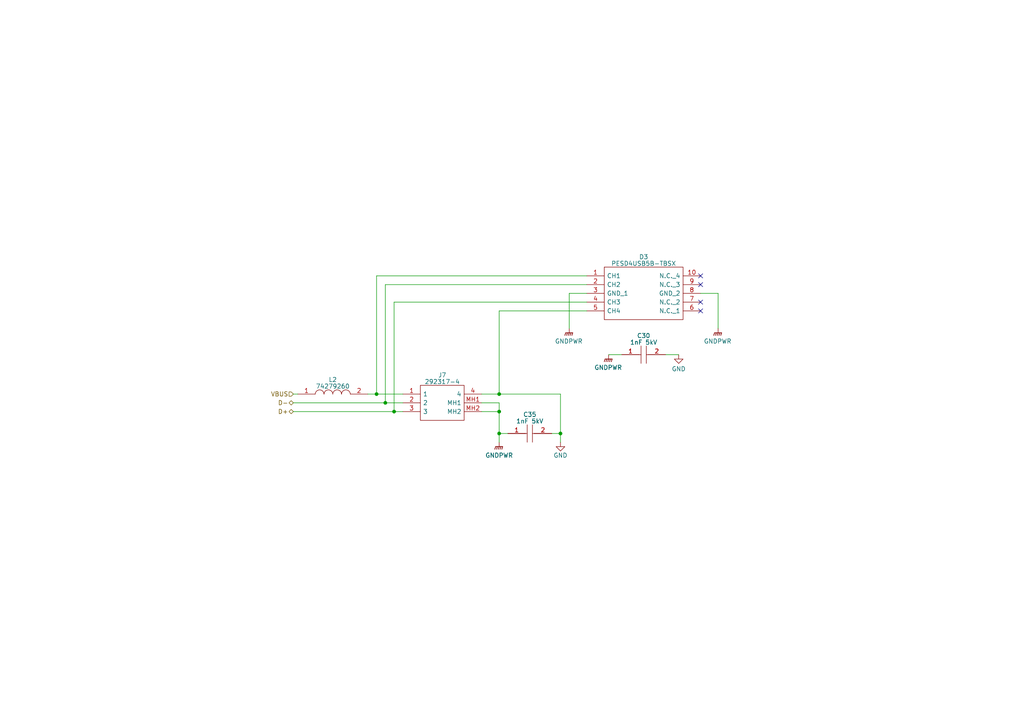
<source format=kicad_sch>
(kicad_sch (version 20230121) (generator eeschema)

  (uuid e5ef9fec-2983-4f98-94ee-d424df35f8a1)

  (paper "A4")

  (title_block
    (title "Oro Link")
    (date "2023-03-01")
    (rev "2")
    (company "Oro Operating System")
  )

  (lib_symbols
    (symbol "SamacSys_Parts:292317-4" (pin_names (offset 0.762)) (in_bom yes) (on_board yes)
      (property "Reference" "J" (at 19.05 7.62 0)
        (effects (font (size 1.27 1.27)) (justify left))
      )
      (property "Value" "292317-4" (at 19.05 5.08 0)
        (effects (font (size 1.27 1.27)) (justify left))
      )
      (property "Footprint" "2923174" (at 19.05 2.54 0)
        (effects (font (size 1.27 1.27)) (justify left) hide)
      )
      (property "Datasheet" "https://datasheet.datasheetarchive.com/originals/distributors/Datasheets_SAMA/0cf6830a05da67aa6c73a00466c2f286.pdf" (at 19.05 0 0)
        (effects (font (size 1.27 1.27)) (justify left) hide)
      )
      (property "Description" "STD USB TYPE B, R/A, T/H" (at 19.05 -2.54 0)
        (effects (font (size 1.27 1.27)) (justify left) hide)
      )
      (property "Height" "11.6" (at 19.05 -5.08 0)
        (effects (font (size 1.27 1.27)) (justify left) hide)
      )
      (property "Manufacturer_Name" "TE Connectivity" (at 19.05 -7.62 0)
        (effects (font (size 1.27 1.27)) (justify left) hide)
      )
      (property "Manufacturer_Part_Number" "292317-4" (at 19.05 -10.16 0)
        (effects (font (size 1.27 1.27)) (justify left) hide)
      )
      (property "Mouser Part Number" "571-292317-4" (at 19.05 -12.7 0)
        (effects (font (size 1.27 1.27)) (justify left) hide)
      )
      (property "Mouser Price/Stock" "https://www.mouser.co.uk/ProductDetail/TE-Connectivity/292317-4?qs=G%2F5vCLrg9vxjx1R0C%2FtFRA%3D%3D" (at 19.05 -15.24 0)
        (effects (font (size 1.27 1.27)) (justify left) hide)
      )
      (property "Arrow Part Number" "292317-4" (at 19.05 -17.78 0)
        (effects (font (size 1.27 1.27)) (justify left) hide)
      )
      (property "Arrow Price/Stock" "https://www.arrow.com/en/products/292317-4/te-connectivity?region=nac" (at 19.05 -20.32 0)
        (effects (font (size 1.27 1.27)) (justify left) hide)
      )
      (property "Mouser Testing Part Number" "" (at 19.05 -22.86 0)
        (effects (font (size 1.27 1.27)) (justify left) hide)
      )
      (property "Mouser Testing Price/Stock" "" (at 19.05 -25.4 0)
        (effects (font (size 1.27 1.27)) (justify left) hide)
      )
      (property "ki_description" "STD USB TYPE B, R/A, T/H" (at 0 0 0)
        (effects (font (size 1.27 1.27)) hide)
      )
      (symbol "292317-4_0_0"
        (pin passive line (at 0 0 0) (length 5.08)
          (name "1" (effects (font (size 1.27 1.27))))
          (number "1" (effects (font (size 1.27 1.27))))
        )
        (pin passive line (at 0 -2.54 0) (length 5.08)
          (name "2" (effects (font (size 1.27 1.27))))
          (number "2" (effects (font (size 1.27 1.27))))
        )
        (pin passive line (at 0 -5.08 0) (length 5.08)
          (name "3" (effects (font (size 1.27 1.27))))
          (number "3" (effects (font (size 1.27 1.27))))
        )
        (pin passive line (at 22.86 0 180) (length 5.08)
          (name "4" (effects (font (size 1.27 1.27))))
          (number "4" (effects (font (size 1.27 1.27))))
        )
        (pin passive line (at 22.86 -2.54 180) (length 5.08)
          (name "MH1" (effects (font (size 1.27 1.27))))
          (number "MH1" (effects (font (size 1.27 1.27))))
        )
        (pin passive line (at 22.86 -5.08 180) (length 5.08)
          (name "MH2" (effects (font (size 1.27 1.27))))
          (number "MH2" (effects (font (size 1.27 1.27))))
        )
      )
      (symbol "292317-4_0_1"
        (polyline
          (pts
            (xy 5.08 2.54)
            (xy 17.78 2.54)
            (xy 17.78 -7.62)
            (xy 5.08 -7.62)
            (xy 5.08 2.54)
          )
          (stroke (width 0.1524) (type solid))
          (fill (type none))
        )
      )
    )
    (symbol "SamacSys_Parts:74279260" (pin_names (offset 0.762)) (in_bom yes) (on_board yes)
      (property "Reference" "L" (at 16.51 6.35 0)
        (effects (font (size 1.27 1.27)) (justify left))
      )
      (property "Value" "74279260" (at 16.51 3.81 0)
        (effects (font (size 1.27 1.27)) (justify left))
      )
      (property "Footprint" "LEDC1608X80N" (at 16.51 1.27 0)
        (effects (font (size 1.27 1.27)) (justify left) hide)
      )
      (property "Datasheet" "" (at 16.51 -1.27 0)
        (effects (font (size 1.27 1.27)) (justify left) hide)
      )
      (property "Description" "SMD EMI Suppression Ferrite Beads WE-CBF" (at 16.51 -3.81 0)
        (effects (font (size 1.27 1.27)) (justify left) hide)
      )
      (property "Height" "0.8" (at 16.51 -6.35 0)
        (effects (font (size 1.27 1.27)) (justify left) hide)
      )
      (property "Manufacturer_Name" "Wurth Elektronik" (at 16.51 -8.89 0)
        (effects (font (size 1.27 1.27)) (justify left) hide)
      )
      (property "Manufacturer_Part_Number" "74279260" (at 16.51 -11.43 0)
        (effects (font (size 1.27 1.27)) (justify left) hide)
      )
      (property "Mouser Part Number" "710-74279260" (at 16.51 -13.97 0)
        (effects (font (size 1.27 1.27)) (justify left) hide)
      )
      (property "Mouser Price/Stock" "" (at 16.51 -16.51 0)
        (effects (font (size 1.27 1.27)) (justify left) hide)
      )
      (property "Arrow Part Number" "" (at 16.51 -19.05 0)
        (effects (font (size 1.27 1.27)) (justify left) hide)
      )
      (property "Arrow Price/Stock" "" (at 16.51 -21.59 0)
        (effects (font (size 1.27 1.27)) (justify left) hide)
      )
      (property "ki_description" "SMD EMI Suppression Ferrite Beads WE-CBF" (at 0 0 0)
        (effects (font (size 1.27 1.27)) hide)
      )
      (symbol "74279260_0_0"
        (pin passive line (at 0 0 0) (length 5.08)
          (name "~" (effects (font (size 1.27 1.27))))
          (number "1" (effects (font (size 1.27 1.27))))
        )
        (pin passive line (at 20.32 0 180) (length 5.08)
          (name "~" (effects (font (size 1.27 1.27))))
          (number "2" (effects (font (size 1.27 1.27))))
        )
      )
      (symbol "74279260_0_1"
        (arc (start 7.62 0) (mid 6.35 1.2202) (end 5.08 0)
          (stroke (width 0.1524) (type solid))
          (fill (type none))
        )
        (arc (start 10.16 0) (mid 8.89 1.2202) (end 7.62 0)
          (stroke (width 0.1524) (type solid))
          (fill (type none))
        )
        (arc (start 12.7 0) (mid 11.43 1.2202) (end 10.16 0)
          (stroke (width 0.1524) (type solid))
          (fill (type none))
        )
        (arc (start 15.24 0) (mid 13.97 1.2202) (end 12.7 0)
          (stroke (width 0.1524) (type solid))
          (fill (type none))
        )
      )
    )
    (symbol "SamacSys_Parts:HV2225Y102KXMATHV" (pin_names (offset 0.762)) (in_bom yes) (on_board yes)
      (property "Reference" "C" (at 8.89 6.35 0)
        (effects (font (size 1.27 1.27)) (justify left))
      )
      (property "Value" "HV2225Y102KXMATHV" (at 8.89 3.81 0)
        (effects (font (size 1.27 1.27)) (justify left))
      )
      (property "Footprint" "CAPC5664X270N" (at 8.89 1.27 0)
        (effects (font (size 1.27 1.27)) (justify left) hide)
      )
      (property "Datasheet" "https://componentsearchengine.com/Datasheets/1/HV2225Y102KXMATHV.pdf" (at 8.89 -1.27 0)
        (effects (font (size 1.27 1.27)) (justify left) hide)
      )
      (property "Description" "Multilayer Ceramic Capacitors MLCC - SMD/SMT 1.0nF 5000volts 10% X7R High Voltage" (at 8.89 -3.81 0)
        (effects (font (size 1.27 1.27)) (justify left) hide)
      )
      (property "Height" "2.7" (at 8.89 -6.35 0)
        (effects (font (size 1.27 1.27)) (justify left) hide)
      )
      (property "Manufacturer_Name" "Vishay" (at 8.89 -8.89 0)
        (effects (font (size 1.27 1.27)) (justify left) hide)
      )
      (property "Manufacturer_Part_Number" "HV2225Y102KXMATHV" (at 8.89 -11.43 0)
        (effects (font (size 1.27 1.27)) (justify left) hide)
      )
      (property "Mouser Part Number" "77-HV2225Y102KXMATHV" (at 8.89 -13.97 0)
        (effects (font (size 1.27 1.27)) (justify left) hide)
      )
      (property "Mouser Price/Stock" "https://www.mouser.com/Search/Refine.aspx?Keyword=77-HV2225Y102KXMATHV" (at 8.89 -16.51 0)
        (effects (font (size 1.27 1.27)) (justify left) hide)
      )
      (property "Arrow Part Number" "" (at 8.89 -19.05 0)
        (effects (font (size 1.27 1.27)) (justify left) hide)
      )
      (property "Arrow Price/Stock" "" (at 8.89 -21.59 0)
        (effects (font (size 1.27 1.27)) (justify left) hide)
      )
      (property "ki_description" "Multilayer Ceramic Capacitors MLCC - SMD/SMT 1.0nF 5000volts 10% X7R High Voltage" (at 0 0 0)
        (effects (font (size 1.27 1.27)) hide)
      )
      (symbol "HV2225Y102KXMATHV_0_0"
        (pin passive line (at 0 0 0) (length 5.08)
          (name "~" (effects (font (size 1.27 1.27))))
          (number "1" (effects (font (size 1.27 1.27))))
        )
        (pin passive line (at 12.7 0 180) (length 5.08)
          (name "~" (effects (font (size 1.27 1.27))))
          (number "2" (effects (font (size 1.27 1.27))))
        )
      )
      (symbol "HV2225Y102KXMATHV_0_1"
        (polyline
          (pts
            (xy 5.08 0)
            (xy 5.588 0)
          )
          (stroke (width 0.1524) (type solid))
          (fill (type none))
        )
        (polyline
          (pts
            (xy 5.588 2.54)
            (xy 5.588 -2.54)
          )
          (stroke (width 0.1524) (type solid))
          (fill (type none))
        )
        (polyline
          (pts
            (xy 7.112 0)
            (xy 7.62 0)
          )
          (stroke (width 0.1524) (type solid))
          (fill (type none))
        )
        (polyline
          (pts
            (xy 7.112 2.54)
            (xy 7.112 -2.54)
          )
          (stroke (width 0.1524) (type solid))
          (fill (type none))
        )
      )
    )
    (symbol "SamacSys_Parts:PESD4USB5B-TBSX" (pin_names (offset 0.762)) (in_bom yes) (on_board yes)
      (property "Reference" "D" (at 29.21 7.62 0)
        (effects (font (size 1.27 1.27)) (justify left))
      )
      (property "Value" "PESD4USB5B-TBSX" (at 29.21 5.08 0)
        (effects (font (size 1.27 1.27)) (justify left))
      )
      (property "Footprint" "PESD4USB5BTBSX" (at 29.21 2.54 0)
        (effects (font (size 1.27 1.27)) (justify left) hide)
      )
      (property "Datasheet" "https://assets.nexperia.com/documents/data-sheet/PESD4USB5B-TBS.pdf" (at 29.21 0 0)
        (effects (font (size 1.27 1.27)) (justify left) hide)
      )
      (property "Description" "5.5V (Typ) Clamp 7A (8/20s) Ipp Tvs Diode Surface Mount, Wettable Flank DFN2510D-10" (at 29.21 -2.54 0)
        (effects (font (size 1.27 1.27)) (justify left) hide)
      )
      (property "Height" "0.8" (at 29.21 -5.08 0)
        (effects (font (size 1.27 1.27)) (justify left) hide)
      )
      (property "Manufacturer_Name" "Nexperia" (at 29.21 -7.62 0)
        (effects (font (size 1.27 1.27)) (justify left) hide)
      )
      (property "Manufacturer_Part_Number" "PESD4USB5B-TBSX" (at 29.21 -10.16 0)
        (effects (font (size 1.27 1.27)) (justify left) hide)
      )
      (property "Mouser Part Number" "771-PESD4USB5B-TBSX" (at 29.21 -12.7 0)
        (effects (font (size 1.27 1.27)) (justify left) hide)
      )
      (property "Mouser Price/Stock" "https://www.mouser.co.uk/ProductDetail/Nexperia/PESD4USB5B-TBSX?qs=ljCeji4nMDncW6w%2F3oPpKQ%3D%3D" (at 29.21 -15.24 0)
        (effects (font (size 1.27 1.27)) (justify left) hide)
      )
      (property "Arrow Part Number" "PESD4USB5B-TBSX" (at 29.21 -17.78 0)
        (effects (font (size 1.27 1.27)) (justify left) hide)
      )
      (property "Arrow Price/Stock" "https://www.arrow.com/en/products/pesd4usb5b-tbsx/nexperia?region=nac" (at 29.21 -20.32 0)
        (effects (font (size 1.27 1.27)) (justify left) hide)
      )
      (property "ki_description" "5.5V (Typ) Clamp 7A (8/20s) Ipp Tvs Diode Surface Mount, Wettable Flank DFN2510D-10" (at 0 0 0)
        (effects (font (size 1.27 1.27)) hide)
      )
      (symbol "PESD4USB5B-TBSX_0_0"
        (pin passive line (at 0 0 0) (length 5.08)
          (name "CH1" (effects (font (size 1.27 1.27))))
          (number "1" (effects (font (size 1.27 1.27))))
        )
        (pin passive line (at 33.02 0 180) (length 5.08)
          (name "N.C._4" (effects (font (size 1.27 1.27))))
          (number "10" (effects (font (size 1.27 1.27))))
        )
        (pin passive line (at 0 -2.54 0) (length 5.08)
          (name "CH2" (effects (font (size 1.27 1.27))))
          (number "2" (effects (font (size 1.27 1.27))))
        )
        (pin passive line (at 0 -5.08 0) (length 5.08)
          (name "GND_1" (effects (font (size 1.27 1.27))))
          (number "3" (effects (font (size 1.27 1.27))))
        )
        (pin passive line (at 0 -7.62 0) (length 5.08)
          (name "CH3" (effects (font (size 1.27 1.27))))
          (number "4" (effects (font (size 1.27 1.27))))
        )
        (pin passive line (at 0 -10.16 0) (length 5.08)
          (name "CH4" (effects (font (size 1.27 1.27))))
          (number "5" (effects (font (size 1.27 1.27))))
        )
        (pin passive line (at 33.02 -10.16 180) (length 5.08)
          (name "N.C._1" (effects (font (size 1.27 1.27))))
          (number "6" (effects (font (size 1.27 1.27))))
        )
        (pin passive line (at 33.02 -7.62 180) (length 5.08)
          (name "N.C._2" (effects (font (size 1.27 1.27))))
          (number "7" (effects (font (size 1.27 1.27))))
        )
        (pin passive line (at 33.02 -5.08 180) (length 5.08)
          (name "GND_2" (effects (font (size 1.27 1.27))))
          (number "8" (effects (font (size 1.27 1.27))))
        )
        (pin passive line (at 33.02 -2.54 180) (length 5.08)
          (name "N.C._3" (effects (font (size 1.27 1.27))))
          (number "9" (effects (font (size 1.27 1.27))))
        )
      )
      (symbol "PESD4USB5B-TBSX_0_1"
        (polyline
          (pts
            (xy 5.08 2.54)
            (xy 27.94 2.54)
            (xy 27.94 -12.7)
            (xy 5.08 -12.7)
            (xy 5.08 2.54)
          )
          (stroke (width 0.1524) (type solid))
          (fill (type none))
        )
      )
    )
    (symbol "power:GND" (power) (pin_names (offset 0)) (in_bom yes) (on_board yes)
      (property "Reference" "#PWR" (at 0 -6.35 0)
        (effects (font (size 1.27 1.27)) hide)
      )
      (property "Value" "GND" (at 0 -3.81 0)
        (effects (font (size 1.27 1.27)))
      )
      (property "Footprint" "" (at 0 0 0)
        (effects (font (size 1.27 1.27)) hide)
      )
      (property "Datasheet" "" (at 0 0 0)
        (effects (font (size 1.27 1.27)) hide)
      )
      (property "ki_keywords" "global power" (at 0 0 0)
        (effects (font (size 1.27 1.27)) hide)
      )
      (property "ki_description" "Power symbol creates a global label with name \"GND\" , ground" (at 0 0 0)
        (effects (font (size 1.27 1.27)) hide)
      )
      (symbol "GND_0_1"
        (polyline
          (pts
            (xy 0 0)
            (xy 0 -1.27)
            (xy 1.27 -1.27)
            (xy 0 -2.54)
            (xy -1.27 -1.27)
            (xy 0 -1.27)
          )
          (stroke (width 0) (type default))
          (fill (type none))
        )
      )
      (symbol "GND_1_1"
        (pin power_in line (at 0 0 270) (length 0) hide
          (name "GND" (effects (font (size 1.27 1.27))))
          (number "1" (effects (font (size 1.27 1.27))))
        )
      )
    )
    (symbol "power:GNDPWR" (power) (pin_names (offset 0)) (in_bom yes) (on_board yes)
      (property "Reference" "#PWR" (at 0 -5.08 0)
        (effects (font (size 1.27 1.27)) hide)
      )
      (property "Value" "GNDPWR" (at 0 -3.302 0)
        (effects (font (size 1.27 1.27)))
      )
      (property "Footprint" "" (at 0 -1.27 0)
        (effects (font (size 1.27 1.27)) hide)
      )
      (property "Datasheet" "" (at 0 -1.27 0)
        (effects (font (size 1.27 1.27)) hide)
      )
      (property "ki_keywords" "global ground" (at 0 0 0)
        (effects (font (size 1.27 1.27)) hide)
      )
      (property "ki_description" "Power symbol creates a global label with name \"GNDPWR\" , global ground" (at 0 0 0)
        (effects (font (size 1.27 1.27)) hide)
      )
      (symbol "GNDPWR_0_1"
        (polyline
          (pts
            (xy 0 -1.27)
            (xy 0 0)
          )
          (stroke (width 0) (type default))
          (fill (type none))
        )
        (polyline
          (pts
            (xy -1.016 -1.27)
            (xy -1.27 -2.032)
            (xy -1.27 -2.032)
          )
          (stroke (width 0.2032) (type default))
          (fill (type none))
        )
        (polyline
          (pts
            (xy -0.508 -1.27)
            (xy -0.762 -2.032)
            (xy -0.762 -2.032)
          )
          (stroke (width 0.2032) (type default))
          (fill (type none))
        )
        (polyline
          (pts
            (xy 0 -1.27)
            (xy -0.254 -2.032)
            (xy -0.254 -2.032)
          )
          (stroke (width 0.2032) (type default))
          (fill (type none))
        )
        (polyline
          (pts
            (xy 0.508 -1.27)
            (xy 0.254 -2.032)
            (xy 0.254 -2.032)
          )
          (stroke (width 0.2032) (type default))
          (fill (type none))
        )
        (polyline
          (pts
            (xy 1.016 -1.27)
            (xy -1.016 -1.27)
            (xy -1.016 -1.27)
          )
          (stroke (width 0.2032) (type default))
          (fill (type none))
        )
        (polyline
          (pts
            (xy 1.016 -1.27)
            (xy 0.762 -2.032)
            (xy 0.762 -2.032)
            (xy 0.762 -2.032)
          )
          (stroke (width 0.2032) (type default))
          (fill (type none))
        )
      )
      (symbol "GNDPWR_1_1"
        (pin power_in line (at 0 0 270) (length 0) hide
          (name "GNDPWR" (effects (font (size 1.27 1.27))))
          (number "1" (effects (font (size 1.27 1.27))))
        )
      )
    )
  )

  (junction (at 109.22 114.3) (diameter 0) (color 0 0 0 0)
    (uuid 25280518-204c-4b10-bbb0-962ec46bc20c)
  )
  (junction (at 114.3 119.38) (diameter 0) (color 0 0 0 0)
    (uuid 8749848f-6659-4b68-813e-30fa194ea828)
  )
  (junction (at 144.78 114.3) (diameter 0) (color 0 0 0 0)
    (uuid 8803ca88-6c91-43c3-bd10-8dfa54449efb)
  )
  (junction (at 144.78 125.73) (diameter 0) (color 0 0 0 0)
    (uuid 9b9b95c7-6668-4018-8848-ea2a056c2b08)
  )
  (junction (at 162.56 125.73) (diameter 0) (color 0 0 0 0)
    (uuid c0ef7eae-3486-4afc-bff1-98d354289982)
  )
  (junction (at 111.76 116.84) (diameter 0) (color 0 0 0 0)
    (uuid ccadf11c-5531-4b11-b11c-88acc5289203)
  )
  (junction (at 144.78 119.38) (diameter 0) (color 0 0 0 0)
    (uuid deb4f560-47e3-4907-9739-d3b79399d345)
  )

  (no_connect (at 203.2 82.55) (uuid ad1f7be2-b7d3-466d-aeae-873de91ad785))
  (no_connect (at 203.2 87.63) (uuid c34d04d5-2d56-42b8-a6fd-079f028e439b))
  (no_connect (at 203.2 90.17) (uuid d17c168f-5e1e-4892-ab0d-31a8eb50a700))
  (no_connect (at 203.2 80.01) (uuid f22b0ee2-3cea-4dec-a9c3-924c290ca634))

  (wire (pts (xy 160.02 125.73) (xy 162.56 125.73))
    (stroke (width 0) (type default))
    (uuid 0fcef33d-a65e-45f9-86ba-4bb842a98b39)
  )
  (wire (pts (xy 85.09 119.38) (xy 114.3 119.38))
    (stroke (width 0) (type default))
    (uuid 24ca91ef-3cbb-41b4-8f12-45b5a3b8dda3)
  )
  (wire (pts (xy 144.78 114.3) (xy 162.56 114.3))
    (stroke (width 0) (type default))
    (uuid 40867a8f-2f89-43f1-ae76-92e0409854ba)
  )
  (wire (pts (xy 144.78 90.17) (xy 144.78 114.3))
    (stroke (width 0) (type default))
    (uuid 4256ace4-2734-4b39-9b6d-361920f38fa8)
  )
  (wire (pts (xy 114.3 87.63) (xy 114.3 119.38))
    (stroke (width 0) (type default))
    (uuid 43095a94-6297-43c2-9769-e30eddbdc5fd)
  )
  (wire (pts (xy 170.18 87.63) (xy 114.3 87.63))
    (stroke (width 0) (type default))
    (uuid 460871e4-3552-4986-96b6-2f6a6cdbb460)
  )
  (wire (pts (xy 109.22 114.3) (xy 116.84 114.3))
    (stroke (width 0) (type default))
    (uuid 4de1f22f-98a6-404a-888a-283f060cac23)
  )
  (wire (pts (xy 85.09 114.3) (xy 86.36 114.3))
    (stroke (width 0) (type default))
    (uuid 573e0f70-c9e7-426f-aa5a-a550e2de2f70)
  )
  (wire (pts (xy 165.1 95.25) (xy 165.1 85.09))
    (stroke (width 0) (type default))
    (uuid 5b29c3db-b8d1-4b5f-b2e3-d95cca31a6cd)
  )
  (wire (pts (xy 85.09 116.84) (xy 111.76 116.84))
    (stroke (width 0) (type default))
    (uuid 72d9cb72-b0f5-4d4b-95dd-eed2a1643366)
  )
  (wire (pts (xy 144.78 116.84) (xy 144.78 119.38))
    (stroke (width 0) (type default))
    (uuid 8b6e266b-e9eb-456c-a2c0-1761543fbf13)
  )
  (wire (pts (xy 170.18 82.55) (xy 111.76 82.55))
    (stroke (width 0) (type default))
    (uuid 8c497f66-b328-4539-abc8-f4fd1a84e5fe)
  )
  (wire (pts (xy 176.53 102.87) (xy 180.34 102.87))
    (stroke (width 0) (type default))
    (uuid 95dd3783-5aca-4727-acb0-64ba7040a1c4)
  )
  (wire (pts (xy 139.7 114.3) (xy 144.78 114.3))
    (stroke (width 0) (type default))
    (uuid 9aee1986-a844-44c9-83ae-e4971bfa71d7)
  )
  (wire (pts (xy 170.18 90.17) (xy 144.78 90.17))
    (stroke (width 0) (type default))
    (uuid 9b3b36bd-8d88-4ec6-9411-a621785bad23)
  )
  (wire (pts (xy 208.28 85.09) (xy 203.2 85.09))
    (stroke (width 0) (type default))
    (uuid 9e63092a-c2ef-4c3f-bfc8-b10ab99c6485)
  )
  (wire (pts (xy 193.04 102.87) (xy 196.85 102.87))
    (stroke (width 0) (type default))
    (uuid a87ccfc4-5797-4a76-94d5-212c4a22f2d9)
  )
  (wire (pts (xy 144.78 125.73) (xy 144.78 128.27))
    (stroke (width 0) (type default))
    (uuid a91630b6-2b82-4701-bfbb-b90f6503ca92)
  )
  (wire (pts (xy 106.68 114.3) (xy 109.22 114.3))
    (stroke (width 0) (type default))
    (uuid a936f20d-4d0e-4d74-963b-e9926ab154a1)
  )
  (wire (pts (xy 114.3 119.38) (xy 116.84 119.38))
    (stroke (width 0) (type default))
    (uuid ae4fed2c-b007-430a-a203-cdc2131be3fb)
  )
  (wire (pts (xy 162.56 125.73) (xy 162.56 128.27))
    (stroke (width 0) (type default))
    (uuid b21e1e3a-f7ac-41e1-b35d-4de749b391e6)
  )
  (wire (pts (xy 109.22 80.01) (xy 109.22 114.3))
    (stroke (width 0) (type default))
    (uuid c85a4ec9-336f-4ab4-b5dd-53cfabdd8b31)
  )
  (wire (pts (xy 144.78 119.38) (xy 144.78 125.73))
    (stroke (width 0) (type default))
    (uuid c9337d1e-c8ce-4aa6-bb9d-c74b03e79058)
  )
  (wire (pts (xy 147.32 125.73) (xy 144.78 125.73))
    (stroke (width 0) (type default))
    (uuid d63338e4-7a84-4da8-9ff5-44b6a7dc5f25)
  )
  (wire (pts (xy 208.28 95.25) (xy 208.28 85.09))
    (stroke (width 0) (type default))
    (uuid d82bd2de-c591-42dd-b648-6299c31be0ae)
  )
  (wire (pts (xy 111.76 116.84) (xy 116.84 116.84))
    (stroke (width 0) (type default))
    (uuid db951559-79c7-4c3d-9097-51fe32cdc3b8)
  )
  (wire (pts (xy 165.1 85.09) (xy 170.18 85.09))
    (stroke (width 0) (type default))
    (uuid e58bbaca-a01c-47ff-82a9-48f5124f7a1c)
  )
  (wire (pts (xy 111.76 82.55) (xy 111.76 116.84))
    (stroke (width 0) (type default))
    (uuid e6656449-e4ae-40de-bb03-55ef31ce0557)
  )
  (wire (pts (xy 139.7 116.84) (xy 144.78 116.84))
    (stroke (width 0) (type default))
    (uuid ec3035e1-f58e-4c9e-9fcd-9afde509561e)
  )
  (wire (pts (xy 162.56 114.3) (xy 162.56 125.73))
    (stroke (width 0) (type default))
    (uuid f99f5ffb-a315-4421-b5ac-839bbb199339)
  )
  (wire (pts (xy 170.18 80.01) (xy 109.22 80.01))
    (stroke (width 0) (type default))
    (uuid fee96fed-eff5-4bbb-a90a-04151a2b17d5)
  )
  (wire (pts (xy 139.7 119.38) (xy 144.78 119.38))
    (stroke (width 0) (type default))
    (uuid ff562376-cfe6-4e45-a391-8c05bf5f31aa)
  )

  (hierarchical_label "D+" (shape bidirectional) (at 85.09 119.38 180) (fields_autoplaced)
    (effects (font (size 1.27 1.27)) (justify right))
    (uuid 1b3cd2d5-da34-4ba3-aac1-9a4faabdc0cb)
  )
  (hierarchical_label "D-" (shape bidirectional) (at 85.09 116.84 180) (fields_autoplaced)
    (effects (font (size 1.27 1.27)) (justify right))
    (uuid 4bc05df6-1c45-4604-878a-bc0d6dc39889)
  )
  (hierarchical_label "VBUS" (shape input) (at 85.09 114.3 180) (fields_autoplaced)
    (effects (font (size 1.27 1.27)) (justify right))
    (uuid 6147a64b-5319-44e6-9569-f81c53c28833)
  )

  (symbol (lib_id "power:GNDPWR") (at 176.53 102.87 0) (unit 1)
    (in_bom yes) (on_board yes) (dnp no) (fields_autoplaced)
    (uuid 06012af7-c54e-452f-b332-1cf76c443505)
    (property "Reference" "#PWR063" (at 176.53 107.95 0)
      (effects (font (size 1.27 1.27)) hide)
    )
    (property "Value" "GNDPWR" (at 176.403 106.5991 0)
      (effects (font (size 1.27 1.27)))
    )
    (property "Footprint" "" (at 176.53 104.14 0)
      (effects (font (size 1.27 1.27)) hide)
    )
    (property "Datasheet" "" (at 176.53 104.14 0)
      (effects (font (size 1.27 1.27)) hide)
    )
    (pin "1" (uuid f000b456-af83-46d2-90fe-16a7b4621e27))
    (instances
      (project "Oro Link rev2"
        (path "/e89dcd22-1250-4a5b-b778-1c95a0dd623d/6f0a294d-fd09-4bb5-9458-a2c8fc68902c"
          (reference "#PWR063") (unit 1)
        )
        (path "/e89dcd22-1250-4a5b-b778-1c95a0dd623d/cb9cb53b-814d-4bdc-b9ad-369142f8d2c5"
          (reference "#PWR083") (unit 1)
        )
      )
    )
  )

  (symbol (lib_id "power:GND") (at 162.56 128.27 0) (unit 1)
    (in_bom yes) (on_board yes) (dnp no)
    (uuid 0ea8ac98-8fe9-4f67-89e4-1f9d26bf0692)
    (property "Reference" "#PWR081" (at 162.56 134.62 0)
      (effects (font (size 1.27 1.27)) hide)
    )
    (property "Value" "GND" (at 162.56 132.08 0)
      (effects (font (size 1.27 1.27)))
    )
    (property "Footprint" "" (at 162.56 128.27 0)
      (effects (font (size 1.27 1.27)) hide)
    )
    (property "Datasheet" "" (at 162.56 128.27 0)
      (effects (font (size 1.27 1.27)) hide)
    )
    (pin "1" (uuid e2560277-872c-4dfd-a859-66e612cdaa58))
    (instances
      (project "Oro Link rev2"
        (path "/e89dcd22-1250-4a5b-b778-1c95a0dd623d/cb9cb53b-814d-4bdc-b9ad-369142f8d2c5"
          (reference "#PWR081") (unit 1)
        )
      )
    )
  )

  (symbol (lib_id "power:GNDPWR") (at 208.28 95.25 0) (unit 1)
    (in_bom yes) (on_board yes) (dnp no) (fields_autoplaced)
    (uuid 1be1f1b0-6ba6-4639-ae64-a723e9e38e1d)
    (property "Reference" "#PWR062" (at 208.28 100.33 0)
      (effects (font (size 1.27 1.27)) hide)
    )
    (property "Value" "GNDPWR" (at 208.153 98.9791 0)
      (effects (font (size 1.27 1.27)))
    )
    (property "Footprint" "" (at 208.28 96.52 0)
      (effects (font (size 1.27 1.27)) hide)
    )
    (property "Datasheet" "" (at 208.28 96.52 0)
      (effects (font (size 1.27 1.27)) hide)
    )
    (pin "1" (uuid 17bb07d5-7ecb-4b00-abd3-4a25ffbfb5de))
    (instances
      (project "Oro Link rev2"
        (path "/e89dcd22-1250-4a5b-b778-1c95a0dd623d/6f0a294d-fd09-4bb5-9458-a2c8fc68902c"
          (reference "#PWR062") (unit 1)
        )
        (path "/e89dcd22-1250-4a5b-b778-1c95a0dd623d/cb9cb53b-814d-4bdc-b9ad-369142f8d2c5"
          (reference "#PWR085") (unit 1)
        )
      )
    )
  )

  (symbol (lib_id "SamacSys_Parts:PESD4USB5B-TBSX") (at 170.18 80.01 0) (unit 1)
    (in_bom yes) (on_board yes) (dnp no) (fields_autoplaced)
    (uuid 2e391460-6d92-48d1-a11f-ae74a296b70d)
    (property "Reference" "D3" (at 186.69 74.5109 0)
      (effects (font (size 1.27 1.27)))
    )
    (property "Value" "PESD4USB5B-TBSX" (at 186.69 76.4319 0)
      (effects (font (size 1.27 1.27)))
    )
    (property "Footprint" "PESD4USB5BTBSX" (at 199.39 77.47 0)
      (effects (font (size 1.27 1.27)) (justify left) hide)
    )
    (property "Datasheet" "https://assets.nexperia.com/documents/data-sheet/PESD4USB5B-TBS.pdf" (at 199.39 80.01 0)
      (effects (font (size 1.27 1.27)) (justify left) hide)
    )
    (property "Description" "5.5V (Typ) Clamp 7A (8/20s) Ipp Tvs Diode Surface Mount, Wettable Flank DFN2510D-10" (at 199.39 82.55 0)
      (effects (font (size 1.27 1.27)) (justify left) hide)
    )
    (property "Height" "0.8" (at 199.39 85.09 0)
      (effects (font (size 1.27 1.27)) (justify left) hide)
    )
    (property "Manufacturer_Name" "Nexperia" (at 199.39 87.63 0)
      (effects (font (size 1.27 1.27)) (justify left) hide)
    )
    (property "Manufacturer_Part_Number" "PESD4USB5B-TBSX" (at 199.39 90.17 0)
      (effects (font (size 1.27 1.27)) (justify left) hide)
    )
    (property "Mouser Part Number" "771-PESD4USB5B-TBSX" (at 199.39 92.71 0)
      (effects (font (size 1.27 1.27)) (justify left) hide)
    )
    (property "Mouser Price/Stock" "https://www.mouser.co.uk/ProductDetail/Nexperia/PESD4USB5B-TBSX?qs=ljCeji4nMDncW6w%2F3oPpKQ%3D%3D" (at 199.39 95.25 0)
      (effects (font (size 1.27 1.27)) (justify left) hide)
    )
    (property "Arrow Part Number" "PESD4USB5B-TBSX" (at 199.39 97.79 0)
      (effects (font (size 1.27 1.27)) (justify left) hide)
    )
    (property "Arrow Price/Stock" "https://www.arrow.com/en/products/pesd4usb5b-tbsx/nexperia?region=nac" (at 199.39 100.33 0)
      (effects (font (size 1.27 1.27)) (justify left) hide)
    )
    (pin "1" (uuid 0e5cb565-70f7-4171-abe3-553141417131))
    (pin "10" (uuid bbfadee7-1d31-4e12-b372-8d4878b011f8))
    (pin "2" (uuid 30bfd2d1-e0c5-41a0-8ad9-976be054ab48))
    (pin "3" (uuid a2b66be4-f82c-4ef0-ae59-78c53d7a246a))
    (pin "4" (uuid 44f341bc-7821-4756-9ed9-5f7e302ee431))
    (pin "5" (uuid 3644fdfa-b5b5-4e81-a89c-826ab19caee3))
    (pin "6" (uuid c79e17ef-554f-4b41-b4f7-b6f5610a267a))
    (pin "7" (uuid 1545df77-7e45-484e-8908-b5fc303ca765))
    (pin "8" (uuid 7b63ea93-e246-4dcc-8197-0019e90b79c6))
    (pin "9" (uuid e46cc15e-a349-4f8d-ac92-14ae16f59f6f))
    (instances
      (project "Oro Link rev2"
        (path "/e89dcd22-1250-4a5b-b778-1c95a0dd623d"
          (reference "D3") (unit 1)
        )
        (path "/e89dcd22-1250-4a5b-b778-1c95a0dd623d/6f0a294d-fd09-4bb5-9458-a2c8fc68902c"
          (reference "D3") (unit 1)
        )
        (path "/e89dcd22-1250-4a5b-b778-1c95a0dd623d/cb9cb53b-814d-4bdc-b9ad-369142f8d2c5"
          (reference "D9") (unit 1)
        )
      )
    )
  )

  (symbol (lib_id "power:GNDPWR") (at 165.1 95.25 0) (unit 1)
    (in_bom yes) (on_board yes) (dnp no) (fields_autoplaced)
    (uuid 4dd08b4f-eb2e-47c3-a8d7-b11a91e3df94)
    (property "Reference" "#PWR045" (at 165.1 100.33 0)
      (effects (font (size 1.27 1.27)) hide)
    )
    (property "Value" "GNDPWR" (at 164.973 98.9791 0)
      (effects (font (size 1.27 1.27)))
    )
    (property "Footprint" "" (at 165.1 96.52 0)
      (effects (font (size 1.27 1.27)) hide)
    )
    (property "Datasheet" "" (at 165.1 96.52 0)
      (effects (font (size 1.27 1.27)) hide)
    )
    (pin "1" (uuid 2c0049ca-10b9-4da0-94b7-f6fb3f5f2f59))
    (instances
      (project "Oro Link rev2"
        (path "/e89dcd22-1250-4a5b-b778-1c95a0dd623d/6f0a294d-fd09-4bb5-9458-a2c8fc68902c"
          (reference "#PWR045") (unit 1)
        )
        (path "/e89dcd22-1250-4a5b-b778-1c95a0dd623d/cb9cb53b-814d-4bdc-b9ad-369142f8d2c5"
          (reference "#PWR082") (unit 1)
        )
      )
    )
  )

  (symbol (lib_id "SamacSys_Parts:HV2225Y102KXMATHV") (at 180.34 102.87 0) (unit 1)
    (in_bom yes) (on_board yes) (dnp no) (fields_autoplaced)
    (uuid 51a0c0c8-0cf7-4960-ad85-2316447a726f)
    (property "Reference" "C30" (at 186.69 97.3709 0)
      (effects (font (size 1.27 1.27)))
    )
    (property "Value" "1nF 5kV" (at 186.69 99.2919 0)
      (effects (font (size 1.27 1.27)))
    )
    (property "Footprint" "CAPC5664X270N" (at 189.23 101.6 0)
      (effects (font (size 1.27 1.27)) (justify left) hide)
    )
    (property "Datasheet" "https://componentsearchengine.com/Datasheets/1/HV2225Y102KXMATHV.pdf" (at 189.23 104.14 0)
      (effects (font (size 1.27 1.27)) (justify left) hide)
    )
    (property "Description" "Multilayer Ceramic Capacitors MLCC - SMD/SMT 1.0nF 5000volts 10% X7R High Voltage" (at 189.23 106.68 0)
      (effects (font (size 1.27 1.27)) (justify left) hide)
    )
    (property "Height" "2.7" (at 189.23 109.22 0)
      (effects (font (size 1.27 1.27)) (justify left) hide)
    )
    (property "Manufacturer_Name" "Vishay" (at 189.23 111.76 0)
      (effects (font (size 1.27 1.27)) (justify left) hide)
    )
    (property "Manufacturer_Part_Number" "HV2225Y102KXMATHV" (at 189.23 114.3 0)
      (effects (font (size 1.27 1.27)) (justify left) hide)
    )
    (property "Mouser Part Number" "77-HV2225Y102KXMATHV" (at 189.23 116.84 0)
      (effects (font (size 1.27 1.27)) (justify left) hide)
    )
    (property "Mouser Price/Stock" "https://www.mouser.com/Search/Refine.aspx?Keyword=77-HV2225Y102KXMATHV" (at 189.23 119.38 0)
      (effects (font (size 1.27 1.27)) (justify left) hide)
    )
    (property "Arrow Part Number" "" (at 189.23 121.92 0)
      (effects (font (size 1.27 1.27)) (justify left) hide)
    )
    (property "Arrow Price/Stock" "" (at 189.23 124.46 0)
      (effects (font (size 1.27 1.27)) (justify left) hide)
    )
    (pin "1" (uuid 15118378-1dd8-4094-b378-729c46f22953))
    (pin "2" (uuid b1a68da4-c27a-41d7-84c2-18168b60086d))
    (instances
      (project "Oro Link rev2"
        (path "/e89dcd22-1250-4a5b-b778-1c95a0dd623d/6f0a294d-fd09-4bb5-9458-a2c8fc68902c"
          (reference "C30") (unit 1)
        )
        (path "/e89dcd22-1250-4a5b-b778-1c95a0dd623d/cb9cb53b-814d-4bdc-b9ad-369142f8d2c5"
          (reference "C36") (unit 1)
        )
      )
    )
  )

  (symbol (lib_id "SamacSys_Parts:HV2225Y102KXMATHV") (at 147.32 125.73 0) (unit 1)
    (in_bom yes) (on_board yes) (dnp no) (fields_autoplaced)
    (uuid 86978a5c-5f20-48b3-9ac4-5af562bf3e5b)
    (property "Reference" "C35" (at 153.67 120.2309 0)
      (effects (font (size 1.27 1.27)))
    )
    (property "Value" "1nF 5kV" (at 153.67 122.1519 0)
      (effects (font (size 1.27 1.27)))
    )
    (property "Footprint" "CAPC5664X270N" (at 156.21 124.46 0)
      (effects (font (size 1.27 1.27)) (justify left) hide)
    )
    (property "Datasheet" "https://componentsearchengine.com/Datasheets/1/HV2225Y102KXMATHV.pdf" (at 156.21 127 0)
      (effects (font (size 1.27 1.27)) (justify left) hide)
    )
    (property "Description" "Multilayer Ceramic Capacitors MLCC - SMD/SMT 1.0nF 5000volts 10% X7R High Voltage" (at 156.21 129.54 0)
      (effects (font (size 1.27 1.27)) (justify left) hide)
    )
    (property "Height" "2.7" (at 156.21 132.08 0)
      (effects (font (size 1.27 1.27)) (justify left) hide)
    )
    (property "Manufacturer_Name" "Vishay" (at 156.21 134.62 0)
      (effects (font (size 1.27 1.27)) (justify left) hide)
    )
    (property "Manufacturer_Part_Number" "HV2225Y102KXMATHV" (at 156.21 137.16 0)
      (effects (font (size 1.27 1.27)) (justify left) hide)
    )
    (property "Mouser Part Number" "77-HV2225Y102KXMATHV" (at 156.21 139.7 0)
      (effects (font (size 1.27 1.27)) (justify left) hide)
    )
    (property "Mouser Price/Stock" "https://www.mouser.com/Search/Refine.aspx?Keyword=77-HV2225Y102KXMATHV" (at 156.21 142.24 0)
      (effects (font (size 1.27 1.27)) (justify left) hide)
    )
    (property "Arrow Part Number" "" (at 156.21 144.78 0)
      (effects (font (size 1.27 1.27)) (justify left) hide)
    )
    (property "Arrow Price/Stock" "" (at 156.21 147.32 0)
      (effects (font (size 1.27 1.27)) (justify left) hide)
    )
    (pin "1" (uuid f3c2e505-cb23-4318-b37a-90f566f58098))
    (pin "2" (uuid 163a3278-9d37-4f61-9d3c-34522ec3e726))
    (instances
      (project "Oro Link rev2"
        (path "/e89dcd22-1250-4a5b-b778-1c95a0dd623d/cb9cb53b-814d-4bdc-b9ad-369142f8d2c5"
          (reference "C35") (unit 1)
        )
      )
    )
  )

  (symbol (lib_id "power:GND") (at 196.85 102.87 0) (unit 1)
    (in_bom yes) (on_board yes) (dnp no) (fields_autoplaced)
    (uuid 95727680-b884-4bdd-bd2e-9e1b862e7152)
    (property "Reference" "#PWR046" (at 196.85 109.22 0)
      (effects (font (size 1.27 1.27)) hide)
    )
    (property "Value" "GND" (at 196.85 107.0055 0)
      (effects (font (size 1.27 1.27)))
    )
    (property "Footprint" "" (at 196.85 102.87 0)
      (effects (font (size 1.27 1.27)) hide)
    )
    (property "Datasheet" "" (at 196.85 102.87 0)
      (effects (font (size 1.27 1.27)) hide)
    )
    (pin "1" (uuid f432b0e1-76a1-480f-98c4-6b50f2d5c60a))
    (instances
      (project "Oro Link rev2"
        (path "/e89dcd22-1250-4a5b-b778-1c95a0dd623d/6f0a294d-fd09-4bb5-9458-a2c8fc68902c"
          (reference "#PWR046") (unit 1)
        )
        (path "/e89dcd22-1250-4a5b-b778-1c95a0dd623d/cb9cb53b-814d-4bdc-b9ad-369142f8d2c5"
          (reference "#PWR084") (unit 1)
        )
      )
    )
  )

  (symbol (lib_id "SamacSys_Parts:292317-4") (at 116.84 114.3 0) (unit 1)
    (in_bom yes) (on_board yes) (dnp no) (fields_autoplaced)
    (uuid d0ae26f2-9649-4344-bf61-4a699105c662)
    (property "Reference" "J7" (at 128.27 108.8009 0)
      (effects (font (size 1.27 1.27)))
    )
    (property "Value" "292317-4" (at 128.27 110.7219 0)
      (effects (font (size 1.27 1.27)))
    )
    (property "Footprint" "2923174" (at 135.89 111.76 0)
      (effects (font (size 1.27 1.27)) (justify left) hide)
    )
    (property "Datasheet" "https://datasheet.datasheetarchive.com/originals/distributors/Datasheets_SAMA/0cf6830a05da67aa6c73a00466c2f286.pdf" (at 135.89 114.3 0)
      (effects (font (size 1.27 1.27)) (justify left) hide)
    )
    (property "Description" "STD USB TYPE B, R/A, T/H" (at 135.89 116.84 0)
      (effects (font (size 1.27 1.27)) (justify left) hide)
    )
    (property "Height" "11.6" (at 135.89 119.38 0)
      (effects (font (size 1.27 1.27)) (justify left) hide)
    )
    (property "Manufacturer_Name" "TE Connectivity" (at 135.89 121.92 0)
      (effects (font (size 1.27 1.27)) (justify left) hide)
    )
    (property "Manufacturer_Part_Number" "292317-4" (at 135.89 124.46 0)
      (effects (font (size 1.27 1.27)) (justify left) hide)
    )
    (property "Mouser Part Number" "571-292317-4" (at 135.89 127 0)
      (effects (font (size 1.27 1.27)) (justify left) hide)
    )
    (property "Mouser Price/Stock" "https://www.mouser.co.uk/ProductDetail/TE-Connectivity/292317-4?qs=G%2F5vCLrg9vxjx1R0C%2FtFRA%3D%3D" (at 135.89 129.54 0)
      (effects (font (size 1.27 1.27)) (justify left) hide)
    )
    (property "Arrow Part Number" "292317-4" (at 135.89 132.08 0)
      (effects (font (size 1.27 1.27)) (justify left) hide)
    )
    (property "Arrow Price/Stock" "https://www.arrow.com/en/products/292317-4/te-connectivity?region=nac" (at 135.89 134.62 0)
      (effects (font (size 1.27 1.27)) (justify left) hide)
    )
    (property "Mouser Testing Part Number" "" (at 135.89 137.16 0)
      (effects (font (size 1.27 1.27)) (justify left) hide)
    )
    (property "Mouser Testing Price/Stock" "" (at 135.89 139.7 0)
      (effects (font (size 1.27 1.27)) (justify left) hide)
    )
    (pin "1" (uuid f27fba8f-0ab9-4295-9af9-97526fef33e1))
    (pin "2" (uuid c4e5cad3-8dbc-42c9-85bd-cd7ce97f10f1))
    (pin "3" (uuid 9e4bdbaf-c5d8-43c9-9ec9-56fd1e98452c))
    (pin "4" (uuid 55ff5bc1-c4f0-401e-a68d-39e94c2f7bbd))
    (pin "MH1" (uuid a4334301-ca56-4b0a-a54b-e7bca9242b78))
    (pin "MH2" (uuid 85e9e513-81ed-4b68-afad-05a0b90265e6))
    (instances
      (project "Oro Link rev2"
        (path "/e89dcd22-1250-4a5b-b778-1c95a0dd623d/cb9cb53b-814d-4bdc-b9ad-369142f8d2c5"
          (reference "J7") (unit 1)
        )
      )
    )
  )

  (symbol (lib_id "SamacSys_Parts:74279260") (at 86.36 114.3 0) (unit 1)
    (in_bom yes) (on_board yes) (dnp no) (fields_autoplaced)
    (uuid ded48ee1-6a95-4146-8f91-abc8e7fb78fb)
    (property "Reference" "L2" (at 96.52 110.1207 0)
      (effects (font (size 1.27 1.27)))
    )
    (property "Value" "74279260" (at 96.52 112.0417 0)
      (effects (font (size 1.27 1.27)))
    )
    (property "Footprint" "LEDC1608X80N" (at 102.87 113.03 0)
      (effects (font (size 1.27 1.27)) (justify left) hide)
    )
    (property "Datasheet" "" (at 102.87 115.57 0)
      (effects (font (size 1.27 1.27)) (justify left) hide)
    )
    (property "Description" "SMD EMI Suppression Ferrite Beads WE-CBF" (at 102.87 118.11 0)
      (effects (font (size 1.27 1.27)) (justify left) hide)
    )
    (property "Height" "0.8" (at 102.87 120.65 0)
      (effects (font (size 1.27 1.27)) (justify left) hide)
    )
    (property "Manufacturer_Name" "Wurth Elektronik" (at 102.87 123.19 0)
      (effects (font (size 1.27 1.27)) (justify left) hide)
    )
    (property "Manufacturer_Part_Number" "74279260" (at 102.87 125.73 0)
      (effects (font (size 1.27 1.27)) (justify left) hide)
    )
    (property "Mouser Part Number" "710-74279260" (at 102.87 128.27 0)
      (effects (font (size 1.27 1.27)) (justify left) hide)
    )
    (property "Mouser Price/Stock" "" (at 102.87 130.81 0)
      (effects (font (size 1.27 1.27)) (justify left) hide)
    )
    (property "Arrow Part Number" "" (at 102.87 133.35 0)
      (effects (font (size 1.27 1.27)) (justify left) hide)
    )
    (property "Arrow Price/Stock" "" (at 102.87 135.89 0)
      (effects (font (size 1.27 1.27)) (justify left) hide)
    )
    (pin "1" (uuid 8cb9f9ae-c4ed-4358-93d8-1148137e589b))
    (pin "2" (uuid 56bd8c8c-bbea-449e-998c-d2dd884a0715))
    (instances
      (project "Oro Link rev2"
        (path "/e89dcd22-1250-4a5b-b778-1c95a0dd623d/cb9cb53b-814d-4bdc-b9ad-369142f8d2c5"
          (reference "L2") (unit 1)
        )
      )
    )
  )

  (symbol (lib_id "power:GNDPWR") (at 144.78 128.27 0) (unit 1)
    (in_bom yes) (on_board yes) (dnp no)
    (uuid e0d19bb4-860f-4623-9017-97fddd6d2fd6)
    (property "Reference" "#PWR080" (at 144.78 133.35 0)
      (effects (font (size 1.27 1.27)) hide)
    )
    (property "Value" "GNDPWR" (at 144.78 132.08 0)
      (effects (font (size 1.27 1.27)))
    )
    (property "Footprint" "" (at 144.78 129.54 0)
      (effects (font (size 1.27 1.27)) hide)
    )
    (property "Datasheet" "" (at 144.78 129.54 0)
      (effects (font (size 1.27 1.27)) hide)
    )
    (pin "1" (uuid c4539d6f-f436-4306-b980-0e52baf18685))
    (instances
      (project "Oro Link rev2"
        (path "/e89dcd22-1250-4a5b-b778-1c95a0dd623d/cb9cb53b-814d-4bdc-b9ad-369142f8d2c5"
          (reference "#PWR080") (unit 1)
        )
      )
    )
  )
)

</source>
